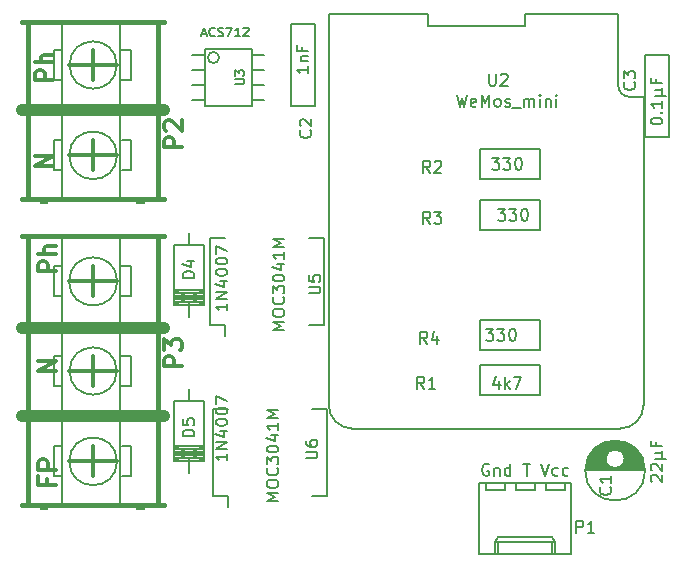
<source format=gbr>
G04 #@! TF.GenerationSoftware,KiCad,Pcbnew,5.0.2-bee76a0~70~ubuntu18.04.1*
G04 #@! TF.CreationDate,2019-09-27T11:54:25+02:00*
G04 #@! TF.ProjectId,Radiateur wemos,52616469-6174-4657-9572-2077656d6f73,rev?*
G04 #@! TF.SameCoordinates,Original*
G04 #@! TF.FileFunction,Legend,Top*
G04 #@! TF.FilePolarity,Positive*
%FSLAX46Y46*%
G04 Gerber Fmt 4.6, Leading zero omitted, Abs format (unit mm)*
G04 Created by KiCad (PCBNEW 5.0.2-bee76a0~70~ubuntu18.04.1) date ven. 27 sept. 2019 11:54:25 CEST*
%MOMM*%
%LPD*%
G01*
G04 APERTURE LIST*
%ADD10C,0.150000*%
%ADD11C,0.127000*%
%ADD12C,0.300000*%
%ADD13C,1.000000*%
%ADD14C,0.381000*%
%ADD15C,0.400000*%
%ADD16C,0.149860*%
G04 APERTURE END LIST*
D10*
G04 #@! TO.C,U2*
X106558000Y-66028000D02*
X106558000Y-99108000D01*
X108558000Y-101108000D02*
X131218000Y-101108000D01*
X133218000Y-99108000D02*
X133218000Y-73028000D01*
X131068000Y-66028000D02*
X123208000Y-66028000D01*
X123208000Y-66028000D02*
X123208000Y-67028000D01*
X123208000Y-67028000D02*
X114988000Y-67028000D01*
X114988000Y-67028000D02*
X114988000Y-66028000D01*
X114988000Y-66028000D02*
X106558001Y-66028000D01*
X131218000Y-101108000D02*
G75*
G03X133218000Y-99108000I0J2000000D01*
G01*
X106558000Y-99108000D02*
G75*
G03X108558000Y-101108000I2000000J0D01*
G01*
X131068000Y-66028000D02*
X131068000Y-72028000D01*
X131068000Y-72028000D02*
G75*
G03X132068000Y-73028000I1000000J0D01*
G01*
X132058000Y-73028000D02*
X133218000Y-73028000D01*
X133218000Y-73028000D02*
X133218000Y-73028000D01*
D11*
G04 #@! TO.C,U3*
X100025200Y-68961000D02*
X96062800Y-68961000D01*
X96062800Y-68961000D02*
X96062800Y-73787000D01*
X96062800Y-73787000D02*
X100025200Y-73787000D01*
X100025200Y-73787000D02*
X100025200Y-68961000D01*
X100025200Y-69469000D02*
X101117400Y-69469000D01*
X100025200Y-70739000D02*
X101117400Y-70739000D01*
X100025200Y-72009000D02*
X101117400Y-72009000D01*
X101117400Y-73279000D02*
X100025200Y-73279000D01*
X96062800Y-73279000D02*
X94970600Y-73279000D01*
X94970600Y-72009000D02*
X96062800Y-72009000D01*
X94970600Y-70739000D02*
X96062800Y-70739000D01*
X94970600Y-69469000D02*
X96062800Y-69469000D01*
X97271867Y-69697600D02*
G75*
G03X97271867Y-69697600I-472467J0D01*
G01*
D10*
G04 #@! TO.C,P1*
X119280000Y-105692000D02*
X119280000Y-111692000D01*
X119280000Y-111692000D02*
X127100000Y-111692000D01*
X127100000Y-111692000D02*
X127100000Y-105692000D01*
X127100000Y-105692000D02*
X119280000Y-105692000D01*
X120650000Y-111692000D02*
X120650000Y-110692000D01*
X120650000Y-110692000D02*
X125730000Y-110692000D01*
X125730000Y-110692000D02*
X125730000Y-111692000D01*
X120650000Y-110692000D02*
X120900000Y-110262000D01*
X120900000Y-110262000D02*
X125480000Y-110262000D01*
X125480000Y-110262000D02*
X125730000Y-110692000D01*
X120900000Y-111692000D02*
X120900000Y-110692000D01*
X125480000Y-111692000D02*
X125480000Y-110692000D01*
X119850000Y-105692000D02*
X119850000Y-106312000D01*
X119850000Y-106312000D02*
X121450000Y-106312000D01*
X121450000Y-106312000D02*
X121450000Y-105692000D01*
X122390000Y-105692000D02*
X122390000Y-106312000D01*
X122390000Y-106312000D02*
X123990000Y-106312000D01*
X123990000Y-106312000D02*
X123990000Y-105692000D01*
X124930000Y-105692000D02*
X124930000Y-106312000D01*
X124930000Y-106312000D02*
X126530000Y-106312000D01*
X126530000Y-106312000D02*
X126530000Y-105692000D01*
G04 #@! TO.C,P2*
X89789000Y-79248000D02*
X89027000Y-79248000D01*
X89789000Y-76708000D02*
X89789000Y-79248000D01*
X89027000Y-76708000D02*
X89789000Y-76708000D01*
X89789000Y-71628000D02*
X88900000Y-71628000D01*
X89789000Y-69088000D02*
X89789000Y-71628000D01*
X88900000Y-69088000D02*
X89789000Y-69088000D01*
X82169000Y-82042000D02*
X82296000Y-81788000D01*
X82677000Y-82042000D02*
X82169000Y-82042000D01*
X82423000Y-81788000D02*
X82677000Y-82042000D01*
X90297000Y-82042000D02*
X90424000Y-81788000D01*
X90932000Y-82042000D02*
X90297000Y-82042000D01*
X90678000Y-81788000D02*
X90932000Y-82042000D01*
D12*
X86614000Y-79248000D02*
X86614000Y-76708000D01*
X88614000Y-77978000D02*
X84614000Y-77978000D01*
X86614000Y-71628000D02*
X86614000Y-69088000D01*
D10*
X84709000Y-70358000D02*
X84582000Y-70358000D01*
D12*
X88614000Y-70358000D02*
X84614000Y-70358000D01*
D10*
X83312000Y-69088000D02*
X83947000Y-69088000D01*
X83312000Y-71628000D02*
X83312000Y-69088000D01*
X83947000Y-71628000D02*
X83312000Y-71628000D01*
X83312000Y-79248000D02*
X83947000Y-79248000D01*
X83312000Y-76708000D02*
X83947000Y-76708000D01*
X83312000Y-79248000D02*
X83312000Y-76708000D01*
D13*
X92614000Y-74168000D02*
X80614000Y-74168000D01*
D10*
X88634000Y-77978000D02*
G75*
G03X88634000Y-77978000I-2020000J0D01*
G01*
X88614000Y-70326000D02*
G75*
G03X88614000Y-70326000I-2000000J0D01*
G01*
X84014000Y-66668000D02*
X84014000Y-81668000D01*
X88914000Y-66668000D02*
X88914000Y-81668000D01*
D14*
X81114000Y-66668000D02*
X81114000Y-81668000D01*
D15*
X80614000Y-81668000D02*
X92614000Y-81668000D01*
D14*
X92114000Y-81668000D02*
X92114000Y-66668000D01*
D15*
X92614000Y-66668000D02*
X80614000Y-66668000D01*
D10*
G04 #@! TO.C,P3*
X89789000Y-105156000D02*
X89027000Y-105156000D01*
X89789000Y-102616000D02*
X89789000Y-105156000D01*
X89027000Y-102616000D02*
X89789000Y-102616000D01*
X89789000Y-97536000D02*
X88900000Y-97536000D01*
X89789000Y-94996000D02*
X89789000Y-97536000D01*
X88900000Y-94996000D02*
X89789000Y-94996000D01*
X89789000Y-89916000D02*
X88900000Y-89916000D01*
X89789000Y-87376000D02*
X89789000Y-89916000D01*
X88900000Y-87376000D02*
X89789000Y-87376000D01*
X83312000Y-87376000D02*
X83947000Y-87376000D01*
X83312000Y-89916000D02*
X83312000Y-87376000D01*
X83439000Y-89916000D02*
X83312000Y-89916000D01*
X83947000Y-89916000D02*
X83439000Y-89916000D01*
D12*
X86614000Y-89916000D02*
X86614000Y-87376000D01*
D10*
X84582000Y-88646000D02*
X84709000Y-88646000D01*
D12*
X88614000Y-88646000D02*
X84614000Y-88646000D01*
D10*
X88654000Y-88646000D02*
G75*
G03X88654000Y-88646000I-2040000J0D01*
G01*
X82169000Y-107950000D02*
X82296000Y-107696000D01*
X82677000Y-107950000D02*
X82169000Y-107950000D01*
X82423000Y-107696000D02*
X82677000Y-107950000D01*
X90297000Y-107950000D02*
X90424000Y-107696000D01*
X90932000Y-107950000D02*
X90297000Y-107950000D01*
X90678000Y-107696000D02*
X90932000Y-107950000D01*
D12*
X86614000Y-105156000D02*
X86614000Y-102616000D01*
X88614000Y-103886000D02*
X84614000Y-103886000D01*
X86614000Y-97536000D02*
X86614000Y-94996000D01*
D10*
X84709000Y-96266000D02*
X84582000Y-96266000D01*
D12*
X88614000Y-96266000D02*
X84614000Y-96266000D01*
D10*
X83312000Y-94996000D02*
X83947000Y-94996000D01*
X83312000Y-97536000D02*
X83312000Y-94996000D01*
X83947000Y-97536000D02*
X83312000Y-97536000D01*
X83312000Y-105156000D02*
X83947000Y-105156000D01*
X83312000Y-102616000D02*
X83947000Y-102616000D01*
X83312000Y-105156000D02*
X83312000Y-102616000D01*
D13*
X92614000Y-100076000D02*
X80614000Y-100076000D01*
D10*
X88634000Y-103886000D02*
G75*
G03X88634000Y-103886000I-2020000J0D01*
G01*
X88614000Y-96234000D02*
G75*
G03X88614000Y-96234000I-2000000J0D01*
G01*
X84014000Y-84956000D02*
X84014000Y-107576000D01*
X88914000Y-84956000D02*
X88914000Y-107576000D01*
D14*
X81114000Y-84956000D02*
X81114000Y-107576000D01*
D15*
X80614000Y-107576000D02*
X92614000Y-107576000D01*
D14*
X92114000Y-107576000D02*
X92114000Y-84956000D01*
D13*
X92614000Y-92576000D02*
X80614000Y-92576000D01*
D15*
X80614000Y-84836000D02*
X92614000Y-84836000D01*
D10*
G04 #@! TO.C,U5*
X97781000Y-92321000D02*
X97781000Y-93256000D01*
X106181000Y-92321000D02*
X106181000Y-84971000D01*
X96511000Y-92321000D02*
X96511000Y-84971000D01*
X106181000Y-92321000D02*
X104911000Y-92321000D01*
X106181000Y-84971000D02*
X104911000Y-84971000D01*
X96511000Y-84971000D02*
X97781000Y-84971000D01*
X96511000Y-92321000D02*
X97781000Y-92321000D01*
G04 #@! TO.C,U6*
X96765000Y-106799000D02*
X98035000Y-106799000D01*
X96765000Y-99449000D02*
X98035000Y-99449000D01*
X106435000Y-99449000D02*
X105165000Y-99449000D01*
X106435000Y-106799000D02*
X105165000Y-106799000D01*
X96765000Y-106799000D02*
X96765000Y-99449000D01*
X106435000Y-106799000D02*
X106435000Y-99449000D01*
X98035000Y-106799000D02*
X98035000Y-107734000D01*
G04 #@! TO.C,C1*
X128311000Y-104589000D02*
X133309000Y-104589000D01*
X128319000Y-104449000D02*
X130656000Y-104449000D01*
X130964000Y-104449000D02*
X133301000Y-104449000D01*
X128335000Y-104309000D02*
X130337000Y-104309000D01*
X131283000Y-104309000D02*
X133285000Y-104309000D01*
X128359000Y-104169000D02*
X130190000Y-104169000D01*
X131430000Y-104169000D02*
X133261000Y-104169000D01*
X128392000Y-104029000D02*
X130098000Y-104029000D01*
X131522000Y-104029000D02*
X133228000Y-104029000D01*
X128433000Y-103889000D02*
X130042000Y-103889000D01*
X131578000Y-103889000D02*
X133187000Y-103889000D01*
X128483000Y-103749000D02*
X130015000Y-103749000D01*
X131605000Y-103749000D02*
X133137000Y-103749000D01*
X128544000Y-103609000D02*
X130012000Y-103609000D01*
X131608000Y-103609000D02*
X133076000Y-103609000D01*
X128614000Y-103469000D02*
X130034000Y-103469000D01*
X131586000Y-103469000D02*
X133006000Y-103469000D01*
X128696000Y-103329000D02*
X130084000Y-103329000D01*
X131536000Y-103329000D02*
X132924000Y-103329000D01*
X128791000Y-103189000D02*
X130166000Y-103189000D01*
X131454000Y-103189000D02*
X132829000Y-103189000D01*
X128902000Y-103049000D02*
X130298000Y-103049000D01*
X131322000Y-103049000D02*
X132718000Y-103049000D01*
X129030000Y-102909000D02*
X130545000Y-102909000D01*
X131075000Y-102909000D02*
X132590000Y-102909000D01*
X129179000Y-102769000D02*
X132441000Y-102769000D01*
X129358000Y-102629000D02*
X132262000Y-102629000D01*
X129577000Y-102489000D02*
X132043000Y-102489000D01*
X129866000Y-102349000D02*
X131754000Y-102349000D01*
X130338000Y-102209000D02*
X131282000Y-102209000D01*
X131610000Y-103664000D02*
G75*
G03X131610000Y-103664000I-800000J0D01*
G01*
X133347500Y-104664000D02*
G75*
G03X133347500Y-104664000I-2537500J0D01*
G01*
G04 #@! TO.C,C2*
X105394000Y-66818000D02*
X105394000Y-73818000D01*
X105394000Y-73818000D02*
X103394000Y-73818000D01*
X103394000Y-73818000D02*
X103394000Y-66818000D01*
X103394000Y-66818000D02*
X105394000Y-66818000D01*
G04 #@! TO.C,C3*
X135366000Y-76438000D02*
X133366000Y-76438000D01*
X135366000Y-69438000D02*
X135366000Y-76438000D01*
X133366000Y-69438000D02*
X135366000Y-69438000D01*
X133366000Y-76438000D02*
X133366000Y-69438000D01*
G04 #@! TO.C,D4*
X96004380Y-85598000D02*
X96004380Y-90678000D01*
X93464380Y-85598000D02*
X96004380Y-85598000D01*
X93464380Y-90678000D02*
X93464380Y-85598000D01*
X96004380Y-90678000D02*
X93464380Y-90678000D01*
X93464380Y-90043000D02*
X96004380Y-90043000D01*
X93464380Y-89408000D02*
X96004380Y-89408000D01*
X93464380Y-90678000D02*
X96004380Y-89408000D01*
X93464380Y-89408000D02*
X96004380Y-90678000D01*
X93464380Y-90424000D02*
X96004380Y-90424000D01*
X93464380Y-89662000D02*
X96004380Y-89662000D01*
X93464380Y-89916000D02*
X96004380Y-89916000D01*
X93464380Y-90170000D02*
X96004380Y-90170000D01*
X94734380Y-90424000D02*
X94734380Y-91694000D01*
X94734380Y-85598000D02*
X94734380Y-84582000D01*
G04 #@! TO.C,D5*
X94747080Y-98806000D02*
X94747080Y-97790000D01*
X94747080Y-103632000D02*
X94747080Y-104902000D01*
X93477080Y-103378000D02*
X96017080Y-103378000D01*
X93477080Y-103124000D02*
X96017080Y-103124000D01*
X93477080Y-102870000D02*
X96017080Y-102870000D01*
X93477080Y-103632000D02*
X96017080Y-103632000D01*
X93477080Y-102616000D02*
X96017080Y-103886000D01*
X93477080Y-103886000D02*
X96017080Y-102616000D01*
X93477080Y-102616000D02*
X96017080Y-102616000D01*
X93477080Y-103251000D02*
X96017080Y-103251000D01*
X96017080Y-103886000D02*
X93477080Y-103886000D01*
X93477080Y-103886000D02*
X93477080Y-98806000D01*
X93477080Y-98806000D02*
X96017080Y-98806000D01*
X96017080Y-98806000D02*
X96017080Y-103886000D01*
G04 #@! TO.C,R1*
X124460000Y-95758000D02*
X124460000Y-98298000D01*
X119380000Y-95758000D02*
X124460000Y-95758000D01*
X119380000Y-98298000D02*
X119380000Y-95758000D01*
X124460000Y-98298000D02*
X119380000Y-98298000D01*
G04 #@! TO.C,R2*
X119380000Y-77470000D02*
X124460000Y-77470000D01*
X124460000Y-77470000D02*
X124460000Y-80010000D01*
X124460000Y-80010000D02*
X119380000Y-80010000D01*
X119380000Y-80010000D02*
X119380000Y-77470000D01*
G04 #@! TO.C,R3*
X119380000Y-84328000D02*
X119380000Y-81788000D01*
X124460000Y-84328000D02*
X119380000Y-84328000D01*
X124460000Y-81788000D02*
X124460000Y-84328000D01*
X119380000Y-81788000D02*
X124460000Y-81788000D01*
G04 #@! TO.C,R4*
X124460000Y-94488000D02*
X119380000Y-94488000D01*
X119380000Y-94488000D02*
X119380000Y-91948000D01*
X119380000Y-91948000D02*
X124460000Y-91948000D01*
X124460000Y-91948000D02*
X124460000Y-94488000D01*
G04 #@! TO.C,U2*
X120142095Y-71080380D02*
X120142095Y-71889904D01*
X120189714Y-71985142D01*
X120237333Y-72032761D01*
X120332571Y-72080380D01*
X120523047Y-72080380D01*
X120618285Y-72032761D01*
X120665904Y-71985142D01*
X120713523Y-71889904D01*
X120713523Y-71080380D01*
X121142095Y-71175619D02*
X121189714Y-71128000D01*
X121284952Y-71080380D01*
X121523047Y-71080380D01*
X121618285Y-71128000D01*
X121665904Y-71175619D01*
X121713523Y-71270857D01*
X121713523Y-71366095D01*
X121665904Y-71508952D01*
X121094476Y-72080380D01*
X121713523Y-72080380D01*
X117404095Y-72858380D02*
X117642190Y-73858380D01*
X117832666Y-73144095D01*
X118023142Y-73858380D01*
X118261238Y-72858380D01*
X119023142Y-73810761D02*
X118927904Y-73858380D01*
X118737428Y-73858380D01*
X118642190Y-73810761D01*
X118594571Y-73715523D01*
X118594571Y-73334571D01*
X118642190Y-73239333D01*
X118737428Y-73191714D01*
X118927904Y-73191714D01*
X119023142Y-73239333D01*
X119070761Y-73334571D01*
X119070761Y-73429809D01*
X118594571Y-73525047D01*
X119499333Y-73858380D02*
X119499333Y-72858380D01*
X119832666Y-73572666D01*
X120166000Y-72858380D01*
X120166000Y-73858380D01*
X120785047Y-73858380D02*
X120689809Y-73810761D01*
X120642190Y-73763142D01*
X120594571Y-73667904D01*
X120594571Y-73382190D01*
X120642190Y-73286952D01*
X120689809Y-73239333D01*
X120785047Y-73191714D01*
X120927904Y-73191714D01*
X121023142Y-73239333D01*
X121070761Y-73286952D01*
X121118380Y-73382190D01*
X121118380Y-73667904D01*
X121070761Y-73763142D01*
X121023142Y-73810761D01*
X120927904Y-73858380D01*
X120785047Y-73858380D01*
X121499333Y-73810761D02*
X121594571Y-73858380D01*
X121785047Y-73858380D01*
X121880285Y-73810761D01*
X121927904Y-73715523D01*
X121927904Y-73667904D01*
X121880285Y-73572666D01*
X121785047Y-73525047D01*
X121642190Y-73525047D01*
X121546952Y-73477428D01*
X121499333Y-73382190D01*
X121499333Y-73334571D01*
X121546952Y-73239333D01*
X121642190Y-73191714D01*
X121785047Y-73191714D01*
X121880285Y-73239333D01*
X122118380Y-73953619D02*
X122880285Y-73953619D01*
X123118380Y-73858380D02*
X123118380Y-73191714D01*
X123118380Y-73286952D02*
X123166000Y-73239333D01*
X123261238Y-73191714D01*
X123404095Y-73191714D01*
X123499333Y-73239333D01*
X123546952Y-73334571D01*
X123546952Y-73858380D01*
X123546952Y-73334571D02*
X123594571Y-73239333D01*
X123689809Y-73191714D01*
X123832666Y-73191714D01*
X123927904Y-73239333D01*
X123975523Y-73334571D01*
X123975523Y-73858380D01*
X124451714Y-73858380D02*
X124451714Y-73191714D01*
X124451714Y-72858380D02*
X124404095Y-72906000D01*
X124451714Y-72953619D01*
X124499333Y-72906000D01*
X124451714Y-72858380D01*
X124451714Y-72953619D01*
X124927904Y-73191714D02*
X124927904Y-73858380D01*
X124927904Y-73286952D02*
X124975523Y-73239333D01*
X125070761Y-73191714D01*
X125213619Y-73191714D01*
X125308857Y-73239333D01*
X125356476Y-73334571D01*
X125356476Y-73858380D01*
X125832666Y-73858380D02*
X125832666Y-73191714D01*
X125832666Y-72858380D02*
X125785047Y-72906000D01*
X125832666Y-72953619D01*
X125880285Y-72906000D01*
X125832666Y-72858380D01*
X125832666Y-72953619D01*
G04 #@! TO.C,U3*
D16*
X98649669Y-71944895D02*
X99256245Y-71944895D01*
X99327607Y-71909214D01*
X99363288Y-71873533D01*
X99398969Y-71802171D01*
X99398969Y-71659447D01*
X99363288Y-71588085D01*
X99327607Y-71552404D01*
X99256245Y-71516723D01*
X98649669Y-71516723D01*
X98649669Y-71231276D02*
X98649669Y-70767423D01*
X98935116Y-71017190D01*
X98935116Y-70910147D01*
X98970797Y-70838785D01*
X99006478Y-70803104D01*
X99077840Y-70767423D01*
X99256245Y-70767423D01*
X99327607Y-70803104D01*
X99363288Y-70838785D01*
X99398969Y-70910147D01*
X99398969Y-71124233D01*
X99363288Y-71195595D01*
X99327607Y-71231276D01*
X95809707Y-67688883D02*
X96166516Y-67688883D01*
X95738345Y-67902969D02*
X95988111Y-67153669D01*
X96237878Y-67902969D01*
X96915816Y-67831607D02*
X96880135Y-67867288D01*
X96773092Y-67902969D01*
X96701730Y-67902969D01*
X96594688Y-67867288D01*
X96523326Y-67795926D01*
X96487645Y-67724564D01*
X96451964Y-67581840D01*
X96451964Y-67474797D01*
X96487645Y-67332073D01*
X96523326Y-67260711D01*
X96594688Y-67189350D01*
X96701730Y-67153669D01*
X96773092Y-67153669D01*
X96880135Y-67189350D01*
X96915816Y-67225030D01*
X97201264Y-67867288D02*
X97308307Y-67902969D01*
X97486711Y-67902969D01*
X97558073Y-67867288D01*
X97593754Y-67831607D01*
X97629435Y-67760245D01*
X97629435Y-67688883D01*
X97593754Y-67617521D01*
X97558073Y-67581840D01*
X97486711Y-67546159D01*
X97343988Y-67510478D01*
X97272626Y-67474797D01*
X97236945Y-67439116D01*
X97201264Y-67367754D01*
X97201264Y-67296392D01*
X97236945Y-67225030D01*
X97272626Y-67189350D01*
X97343988Y-67153669D01*
X97522392Y-67153669D01*
X97629435Y-67189350D01*
X97879202Y-67153669D02*
X98378735Y-67153669D01*
X98057607Y-67902969D01*
X99056673Y-67902969D02*
X98628502Y-67902969D01*
X98842588Y-67902969D02*
X98842588Y-67153669D01*
X98771226Y-67260711D01*
X98699864Y-67332073D01*
X98628502Y-67367754D01*
X99342121Y-67225030D02*
X99377802Y-67189350D01*
X99449164Y-67153669D01*
X99627569Y-67153669D01*
X99698930Y-67189350D01*
X99734611Y-67225030D01*
X99770292Y-67296392D01*
X99770292Y-67367754D01*
X99734611Y-67474797D01*
X99306440Y-67902969D01*
X99770292Y-67902969D01*
G04 #@! TO.C,P1*
D10*
X127531904Y-109926380D02*
X127531904Y-108926380D01*
X127912857Y-108926380D01*
X128008095Y-108974000D01*
X128055714Y-109021619D01*
X128103333Y-109116857D01*
X128103333Y-109259714D01*
X128055714Y-109354952D01*
X128008095Y-109402571D01*
X127912857Y-109450190D01*
X127531904Y-109450190D01*
X129055714Y-109926380D02*
X128484285Y-109926380D01*
X128770000Y-109926380D02*
X128770000Y-108926380D01*
X128674761Y-109069238D01*
X128579523Y-109164476D01*
X128484285Y-109212095D01*
X120118571Y-104148000D02*
X120023333Y-104100380D01*
X119880476Y-104100380D01*
X119737619Y-104148000D01*
X119642380Y-104243238D01*
X119594761Y-104338476D01*
X119547142Y-104528952D01*
X119547142Y-104671809D01*
X119594761Y-104862285D01*
X119642380Y-104957523D01*
X119737619Y-105052761D01*
X119880476Y-105100380D01*
X119975714Y-105100380D01*
X120118571Y-105052761D01*
X120166190Y-105005142D01*
X120166190Y-104671809D01*
X119975714Y-104671809D01*
X120594761Y-104433714D02*
X120594761Y-105100380D01*
X120594761Y-104528952D02*
X120642380Y-104481333D01*
X120737619Y-104433714D01*
X120880476Y-104433714D01*
X120975714Y-104481333D01*
X121023333Y-104576571D01*
X121023333Y-105100380D01*
X121928095Y-105100380D02*
X121928095Y-104100380D01*
X121928095Y-105052761D02*
X121832857Y-105100380D01*
X121642380Y-105100380D01*
X121547142Y-105052761D01*
X121499523Y-105005142D01*
X121451904Y-104909904D01*
X121451904Y-104624190D01*
X121499523Y-104528952D01*
X121547142Y-104481333D01*
X121642380Y-104433714D01*
X121832857Y-104433714D01*
X121928095Y-104481333D01*
X123023333Y-104100380D02*
X123594761Y-104100380D01*
X123309047Y-105100380D02*
X123309047Y-104100380D01*
X124547142Y-104100380D02*
X124880476Y-105100380D01*
X125213809Y-104100380D01*
X125975714Y-105052761D02*
X125880476Y-105100380D01*
X125690000Y-105100380D01*
X125594761Y-105052761D01*
X125547142Y-105005142D01*
X125499523Y-104909904D01*
X125499523Y-104624190D01*
X125547142Y-104528952D01*
X125594761Y-104481333D01*
X125690000Y-104433714D01*
X125880476Y-104433714D01*
X125975714Y-104481333D01*
X126832857Y-105052761D02*
X126737619Y-105100380D01*
X126547142Y-105100380D01*
X126451904Y-105052761D01*
X126404285Y-105005142D01*
X126356666Y-104909904D01*
X126356666Y-104624190D01*
X126404285Y-104528952D01*
X126451904Y-104481333D01*
X126547142Y-104433714D01*
X126737619Y-104433714D01*
X126832857Y-104481333D01*
G04 #@! TO.C,P2*
D12*
X94150571Y-77307142D02*
X92650571Y-77307142D01*
X92650571Y-76735714D01*
X92722000Y-76592857D01*
X92793428Y-76521428D01*
X92936285Y-76450000D01*
X93150571Y-76450000D01*
X93293428Y-76521428D01*
X93364857Y-76592857D01*
X93436285Y-76735714D01*
X93436285Y-77307142D01*
X92793428Y-75878571D02*
X92722000Y-75807142D01*
X92650571Y-75664285D01*
X92650571Y-75307142D01*
X92722000Y-75164285D01*
X92793428Y-75092857D01*
X92936285Y-75021428D01*
X93079142Y-75021428D01*
X93293428Y-75092857D01*
X94150571Y-75950000D01*
X94150571Y-75021428D01*
X83228571Y-78882285D02*
X81728571Y-78882285D01*
X83228571Y-78025142D01*
X81728571Y-78025142D01*
X83228571Y-71596571D02*
X81728571Y-71596571D01*
X81728571Y-71025142D01*
X81800000Y-70882285D01*
X81871428Y-70810857D01*
X82014285Y-70739428D01*
X82228571Y-70739428D01*
X82371428Y-70810857D01*
X82442857Y-70882285D01*
X82514285Y-71025142D01*
X82514285Y-71596571D01*
X83228571Y-70096571D02*
X81728571Y-70096571D01*
X83228571Y-69453714D02*
X82442857Y-69453714D01*
X82300000Y-69525142D01*
X82228571Y-69668000D01*
X82228571Y-69882285D01*
X82300000Y-70025142D01*
X82371428Y-70096571D01*
G04 #@! TO.C,P3*
X94150571Y-95849142D02*
X92650571Y-95849142D01*
X92650571Y-95277714D01*
X92722000Y-95134857D01*
X92793428Y-95063428D01*
X92936285Y-94992000D01*
X93150571Y-94992000D01*
X93293428Y-95063428D01*
X93364857Y-95134857D01*
X93436285Y-95277714D01*
X93436285Y-95849142D01*
X92650571Y-94492000D02*
X92650571Y-93563428D01*
X93222000Y-94063428D01*
X93222000Y-93849142D01*
X93293428Y-93706285D01*
X93364857Y-93634857D01*
X93507714Y-93563428D01*
X93864857Y-93563428D01*
X94007714Y-93634857D01*
X94079142Y-93706285D01*
X94150571Y-93849142D01*
X94150571Y-94277714D01*
X94079142Y-94420571D01*
X94007714Y-94492000D01*
X82696857Y-105365142D02*
X82696857Y-105865142D01*
X83482571Y-105865142D02*
X81982571Y-105865142D01*
X81982571Y-105150857D01*
X83482571Y-104579428D02*
X81982571Y-104579428D01*
X81982571Y-104008000D01*
X82054000Y-103865142D01*
X82125428Y-103793714D01*
X82268285Y-103722285D01*
X82482571Y-103722285D01*
X82625428Y-103793714D01*
X82696857Y-103865142D01*
X82768285Y-104008000D01*
X82768285Y-104579428D01*
X83482571Y-96222285D02*
X81982571Y-96222285D01*
X83482571Y-95365142D01*
X81982571Y-95365142D01*
X83482571Y-87793714D02*
X81982571Y-87793714D01*
X81982571Y-87222285D01*
X82054000Y-87079428D01*
X82125428Y-87008000D01*
X82268285Y-86936571D01*
X82482571Y-86936571D01*
X82625428Y-87008000D01*
X82696857Y-87079428D01*
X82768285Y-87222285D01*
X82768285Y-87793714D01*
X83482571Y-86293714D02*
X81982571Y-86293714D01*
X83482571Y-85650857D02*
X82696857Y-85650857D01*
X82554000Y-85722285D01*
X82482571Y-85865142D01*
X82482571Y-86079428D01*
X82554000Y-86222285D01*
X82625428Y-86293714D01*
G04 #@! TO.C,U5*
D10*
X104862380Y-89661904D02*
X105671904Y-89661904D01*
X105767142Y-89614285D01*
X105814761Y-89566666D01*
X105862380Y-89471428D01*
X105862380Y-89280952D01*
X105814761Y-89185714D01*
X105767142Y-89138095D01*
X105671904Y-89090476D01*
X104862380Y-89090476D01*
X104862380Y-88138095D02*
X104862380Y-88614285D01*
X105338571Y-88661904D01*
X105290952Y-88614285D01*
X105243333Y-88519047D01*
X105243333Y-88280952D01*
X105290952Y-88185714D01*
X105338571Y-88138095D01*
X105433809Y-88090476D01*
X105671904Y-88090476D01*
X105767142Y-88138095D01*
X105814761Y-88185714D01*
X105862380Y-88280952D01*
X105862380Y-88519047D01*
X105814761Y-88614285D01*
X105767142Y-88661904D01*
X102814380Y-92733333D02*
X101814380Y-92733333D01*
X102528666Y-92400000D01*
X101814380Y-92066666D01*
X102814380Y-92066666D01*
X101814380Y-91400000D02*
X101814380Y-91209523D01*
X101862000Y-91114285D01*
X101957238Y-91019047D01*
X102147714Y-90971428D01*
X102481047Y-90971428D01*
X102671523Y-91019047D01*
X102766761Y-91114285D01*
X102814380Y-91209523D01*
X102814380Y-91400000D01*
X102766761Y-91495238D01*
X102671523Y-91590476D01*
X102481047Y-91638095D01*
X102147714Y-91638095D01*
X101957238Y-91590476D01*
X101862000Y-91495238D01*
X101814380Y-91400000D01*
X102719142Y-89971428D02*
X102766761Y-90019047D01*
X102814380Y-90161904D01*
X102814380Y-90257142D01*
X102766761Y-90400000D01*
X102671523Y-90495238D01*
X102576285Y-90542857D01*
X102385809Y-90590476D01*
X102242952Y-90590476D01*
X102052476Y-90542857D01*
X101957238Y-90495238D01*
X101862000Y-90400000D01*
X101814380Y-90257142D01*
X101814380Y-90161904D01*
X101862000Y-90019047D01*
X101909619Y-89971428D01*
X101814380Y-89638095D02*
X101814380Y-89019047D01*
X102195333Y-89352380D01*
X102195333Y-89209523D01*
X102242952Y-89114285D01*
X102290571Y-89066666D01*
X102385809Y-89019047D01*
X102623904Y-89019047D01*
X102719142Y-89066666D01*
X102766761Y-89114285D01*
X102814380Y-89209523D01*
X102814380Y-89495238D01*
X102766761Y-89590476D01*
X102719142Y-89638095D01*
X101814380Y-88400000D02*
X101814380Y-88304761D01*
X101862000Y-88209523D01*
X101909619Y-88161904D01*
X102004857Y-88114285D01*
X102195333Y-88066666D01*
X102433428Y-88066666D01*
X102623904Y-88114285D01*
X102719142Y-88161904D01*
X102766761Y-88209523D01*
X102814380Y-88304761D01*
X102814380Y-88400000D01*
X102766761Y-88495238D01*
X102719142Y-88542857D01*
X102623904Y-88590476D01*
X102433428Y-88638095D01*
X102195333Y-88638095D01*
X102004857Y-88590476D01*
X101909619Y-88542857D01*
X101862000Y-88495238D01*
X101814380Y-88400000D01*
X102147714Y-87209523D02*
X102814380Y-87209523D01*
X101766761Y-87447619D02*
X102481047Y-87685714D01*
X102481047Y-87066666D01*
X102814380Y-86161904D02*
X102814380Y-86733333D01*
X102814380Y-86447619D02*
X101814380Y-86447619D01*
X101957238Y-86542857D01*
X102052476Y-86638095D01*
X102100095Y-86733333D01*
X102814380Y-85733333D02*
X101814380Y-85733333D01*
X102528666Y-85400000D01*
X101814380Y-85066666D01*
X102814380Y-85066666D01*
G04 #@! TO.C,U6*
X104608380Y-103631904D02*
X105417904Y-103631904D01*
X105513142Y-103584285D01*
X105560761Y-103536666D01*
X105608380Y-103441428D01*
X105608380Y-103250952D01*
X105560761Y-103155714D01*
X105513142Y-103108095D01*
X105417904Y-103060476D01*
X104608380Y-103060476D01*
X104608380Y-102155714D02*
X104608380Y-102346190D01*
X104656000Y-102441428D01*
X104703619Y-102489047D01*
X104846476Y-102584285D01*
X105036952Y-102631904D01*
X105417904Y-102631904D01*
X105513142Y-102584285D01*
X105560761Y-102536666D01*
X105608380Y-102441428D01*
X105608380Y-102250952D01*
X105560761Y-102155714D01*
X105513142Y-102108095D01*
X105417904Y-102060476D01*
X105179809Y-102060476D01*
X105084571Y-102108095D01*
X105036952Y-102155714D01*
X104989333Y-102250952D01*
X104989333Y-102441428D01*
X105036952Y-102536666D01*
X105084571Y-102584285D01*
X105179809Y-102631904D01*
X102306380Y-107211333D02*
X101306380Y-107211333D01*
X102020666Y-106878000D01*
X101306380Y-106544666D01*
X102306380Y-106544666D01*
X101306380Y-105878000D02*
X101306380Y-105687523D01*
X101354000Y-105592285D01*
X101449238Y-105497047D01*
X101639714Y-105449428D01*
X101973047Y-105449428D01*
X102163523Y-105497047D01*
X102258761Y-105592285D01*
X102306380Y-105687523D01*
X102306380Y-105878000D01*
X102258761Y-105973238D01*
X102163523Y-106068476D01*
X101973047Y-106116095D01*
X101639714Y-106116095D01*
X101449238Y-106068476D01*
X101354000Y-105973238D01*
X101306380Y-105878000D01*
X102211142Y-104449428D02*
X102258761Y-104497047D01*
X102306380Y-104639904D01*
X102306380Y-104735142D01*
X102258761Y-104878000D01*
X102163523Y-104973238D01*
X102068285Y-105020857D01*
X101877809Y-105068476D01*
X101734952Y-105068476D01*
X101544476Y-105020857D01*
X101449238Y-104973238D01*
X101354000Y-104878000D01*
X101306380Y-104735142D01*
X101306380Y-104639904D01*
X101354000Y-104497047D01*
X101401619Y-104449428D01*
X101306380Y-104116095D02*
X101306380Y-103497047D01*
X101687333Y-103830380D01*
X101687333Y-103687523D01*
X101734952Y-103592285D01*
X101782571Y-103544666D01*
X101877809Y-103497047D01*
X102115904Y-103497047D01*
X102211142Y-103544666D01*
X102258761Y-103592285D01*
X102306380Y-103687523D01*
X102306380Y-103973238D01*
X102258761Y-104068476D01*
X102211142Y-104116095D01*
X101306380Y-102878000D02*
X101306380Y-102782761D01*
X101354000Y-102687523D01*
X101401619Y-102639904D01*
X101496857Y-102592285D01*
X101687333Y-102544666D01*
X101925428Y-102544666D01*
X102115904Y-102592285D01*
X102211142Y-102639904D01*
X102258761Y-102687523D01*
X102306380Y-102782761D01*
X102306380Y-102878000D01*
X102258761Y-102973238D01*
X102211142Y-103020857D01*
X102115904Y-103068476D01*
X101925428Y-103116095D01*
X101687333Y-103116095D01*
X101496857Y-103068476D01*
X101401619Y-103020857D01*
X101354000Y-102973238D01*
X101306380Y-102878000D01*
X101639714Y-101687523D02*
X102306380Y-101687523D01*
X101258761Y-101925619D02*
X101973047Y-102163714D01*
X101973047Y-101544666D01*
X102306380Y-100639904D02*
X102306380Y-101211333D01*
X102306380Y-100925619D02*
X101306380Y-100925619D01*
X101449238Y-101020857D01*
X101544476Y-101116095D01*
X101592095Y-101211333D01*
X102306380Y-100211333D02*
X101306380Y-100211333D01*
X102020666Y-99878000D01*
X101306380Y-99544666D01*
X102306380Y-99544666D01*
G04 #@! TO.C,C1*
X130405142Y-106084666D02*
X130452761Y-106132285D01*
X130500380Y-106275142D01*
X130500380Y-106370380D01*
X130452761Y-106513238D01*
X130357523Y-106608476D01*
X130262285Y-106656095D01*
X130071809Y-106703714D01*
X129928952Y-106703714D01*
X129738476Y-106656095D01*
X129643238Y-106608476D01*
X129548000Y-106513238D01*
X129500380Y-106370380D01*
X129500380Y-106275142D01*
X129548000Y-106132285D01*
X129595619Y-106084666D01*
X130500380Y-105132285D02*
X130500380Y-105703714D01*
X130500380Y-105418000D02*
X129500380Y-105418000D01*
X129643238Y-105513238D01*
X129738476Y-105608476D01*
X129786095Y-105703714D01*
X133913619Y-105600285D02*
X133866000Y-105552666D01*
X133818380Y-105457428D01*
X133818380Y-105219333D01*
X133866000Y-105124095D01*
X133913619Y-105076476D01*
X134008857Y-105028857D01*
X134104095Y-105028857D01*
X134246952Y-105076476D01*
X134818380Y-105647904D01*
X134818380Y-105028857D01*
X133913619Y-104647904D02*
X133866000Y-104600285D01*
X133818380Y-104505047D01*
X133818380Y-104266952D01*
X133866000Y-104171714D01*
X133913619Y-104124095D01*
X134008857Y-104076476D01*
X134104095Y-104076476D01*
X134246952Y-104124095D01*
X134818380Y-104695523D01*
X134818380Y-104076476D01*
X134151714Y-103647904D02*
X135151714Y-103647904D01*
X134675523Y-103171714D02*
X134770761Y-103124095D01*
X134818380Y-103028857D01*
X134675523Y-103647904D02*
X134770761Y-103600285D01*
X134818380Y-103505047D01*
X134818380Y-103314571D01*
X134770761Y-103219333D01*
X134675523Y-103171714D01*
X134151714Y-103171714D01*
X134294571Y-102266952D02*
X134294571Y-102600285D01*
X134818380Y-102600285D02*
X133818380Y-102600285D01*
X133818380Y-102124095D01*
G04 #@! TO.C,C2*
X105005142Y-75858666D02*
X105052761Y-75906285D01*
X105100380Y-76049142D01*
X105100380Y-76144380D01*
X105052761Y-76287238D01*
X104957523Y-76382476D01*
X104862285Y-76430095D01*
X104671809Y-76477714D01*
X104528952Y-76477714D01*
X104338476Y-76430095D01*
X104243238Y-76382476D01*
X104148000Y-76287238D01*
X104100380Y-76144380D01*
X104100380Y-76049142D01*
X104148000Y-75906285D01*
X104195619Y-75858666D01*
X104195619Y-75477714D02*
X104148000Y-75430095D01*
X104100380Y-75334857D01*
X104100380Y-75096761D01*
X104148000Y-75001523D01*
X104195619Y-74953904D01*
X104290857Y-74906285D01*
X104386095Y-74906285D01*
X104528952Y-74953904D01*
X105100380Y-75525333D01*
X105100380Y-74906285D01*
X104846380Y-70445238D02*
X104846380Y-71016666D01*
X104846380Y-70730952D02*
X103846380Y-70730952D01*
X103989238Y-70826190D01*
X104084476Y-70921428D01*
X104132095Y-71016666D01*
X104179714Y-70016666D02*
X104846380Y-70016666D01*
X104274952Y-70016666D02*
X104227333Y-69969047D01*
X104179714Y-69873809D01*
X104179714Y-69730952D01*
X104227333Y-69635714D01*
X104322571Y-69588095D01*
X104846380Y-69588095D01*
X104322571Y-68778571D02*
X104322571Y-69111904D01*
X104846380Y-69111904D02*
X103846380Y-69111904D01*
X103846380Y-68635714D01*
G04 #@! TO.C,C3*
X132437142Y-71794666D02*
X132484761Y-71842285D01*
X132532380Y-71985142D01*
X132532380Y-72080380D01*
X132484761Y-72223238D01*
X132389523Y-72318476D01*
X132294285Y-72366095D01*
X132103809Y-72413714D01*
X131960952Y-72413714D01*
X131770476Y-72366095D01*
X131675238Y-72318476D01*
X131580000Y-72223238D01*
X131532380Y-72080380D01*
X131532380Y-71985142D01*
X131580000Y-71842285D01*
X131627619Y-71794666D01*
X131532380Y-71461333D02*
X131532380Y-70842285D01*
X131913333Y-71175619D01*
X131913333Y-71032761D01*
X131960952Y-70937523D01*
X132008571Y-70889904D01*
X132103809Y-70842285D01*
X132341904Y-70842285D01*
X132437142Y-70889904D01*
X132484761Y-70937523D01*
X132532380Y-71032761D01*
X132532380Y-71318476D01*
X132484761Y-71413714D01*
X132437142Y-71461333D01*
X133818380Y-75120285D02*
X133818380Y-75025047D01*
X133866000Y-74929809D01*
X133913619Y-74882190D01*
X134008857Y-74834571D01*
X134199333Y-74786952D01*
X134437428Y-74786952D01*
X134627904Y-74834571D01*
X134723142Y-74882190D01*
X134770761Y-74929809D01*
X134818380Y-75025047D01*
X134818380Y-75120285D01*
X134770761Y-75215523D01*
X134723142Y-75263142D01*
X134627904Y-75310761D01*
X134437428Y-75358380D01*
X134199333Y-75358380D01*
X134008857Y-75310761D01*
X133913619Y-75263142D01*
X133866000Y-75215523D01*
X133818380Y-75120285D01*
X134723142Y-74358380D02*
X134770761Y-74310761D01*
X134818380Y-74358380D01*
X134770761Y-74406000D01*
X134723142Y-74358380D01*
X134818380Y-74358380D01*
X134818380Y-73358380D02*
X134818380Y-73929809D01*
X134818380Y-73644095D02*
X133818380Y-73644095D01*
X133961238Y-73739333D01*
X134056476Y-73834571D01*
X134104095Y-73929809D01*
X134151714Y-72929809D02*
X135151714Y-72929809D01*
X134675523Y-72453619D02*
X134770761Y-72406000D01*
X134818380Y-72310761D01*
X134675523Y-72929809D02*
X134770761Y-72882190D01*
X134818380Y-72786952D01*
X134818380Y-72596476D01*
X134770761Y-72501238D01*
X134675523Y-72453619D01*
X134151714Y-72453619D01*
X134294571Y-71548857D02*
X134294571Y-71882190D01*
X134818380Y-71882190D02*
X133818380Y-71882190D01*
X133818380Y-71406000D01*
G04 #@! TO.C,D4*
X95194380Y-88368095D02*
X94194380Y-88368095D01*
X94194380Y-88130000D01*
X94242000Y-87987142D01*
X94337238Y-87891904D01*
X94432476Y-87844285D01*
X94622952Y-87796666D01*
X94765809Y-87796666D01*
X94956285Y-87844285D01*
X95051523Y-87891904D01*
X95146761Y-87987142D01*
X95194380Y-88130000D01*
X95194380Y-88368095D01*
X94527714Y-86939523D02*
X95194380Y-86939523D01*
X94146761Y-87177619D02*
X94861047Y-87415714D01*
X94861047Y-86796666D01*
X97988380Y-90534857D02*
X97988380Y-91106285D01*
X97988380Y-90820571D02*
X96988380Y-90820571D01*
X97131238Y-90915809D01*
X97226476Y-91011047D01*
X97274095Y-91106285D01*
X97988380Y-90106285D02*
X96988380Y-90106285D01*
X97988380Y-89534857D01*
X96988380Y-89534857D01*
X97321714Y-88630095D02*
X97988380Y-88630095D01*
X96940761Y-88868190D02*
X97655047Y-89106285D01*
X97655047Y-88487238D01*
X96988380Y-87915809D02*
X96988380Y-87820571D01*
X97036000Y-87725333D01*
X97083619Y-87677714D01*
X97178857Y-87630095D01*
X97369333Y-87582476D01*
X97607428Y-87582476D01*
X97797904Y-87630095D01*
X97893142Y-87677714D01*
X97940761Y-87725333D01*
X97988380Y-87820571D01*
X97988380Y-87915809D01*
X97940761Y-88011047D01*
X97893142Y-88058666D01*
X97797904Y-88106285D01*
X97607428Y-88153904D01*
X97369333Y-88153904D01*
X97178857Y-88106285D01*
X97083619Y-88058666D01*
X97036000Y-88011047D01*
X96988380Y-87915809D01*
X96988380Y-86963428D02*
X96988380Y-86868190D01*
X97036000Y-86772952D01*
X97083619Y-86725333D01*
X97178857Y-86677714D01*
X97369333Y-86630095D01*
X97607428Y-86630095D01*
X97797904Y-86677714D01*
X97893142Y-86725333D01*
X97940761Y-86772952D01*
X97988380Y-86868190D01*
X97988380Y-86963428D01*
X97940761Y-87058666D01*
X97893142Y-87106285D01*
X97797904Y-87153904D01*
X97607428Y-87201523D01*
X97369333Y-87201523D01*
X97178857Y-87153904D01*
X97083619Y-87106285D01*
X97036000Y-87058666D01*
X96988380Y-86963428D01*
X96988380Y-86296761D02*
X96988380Y-85630095D01*
X97988380Y-86058666D01*
G04 #@! TO.C,D5*
X95194380Y-101776755D02*
X94194380Y-101776755D01*
X94194380Y-101538660D01*
X94242000Y-101395802D01*
X94337238Y-101300564D01*
X94432476Y-101252945D01*
X94622952Y-101205326D01*
X94765809Y-101205326D01*
X94956285Y-101252945D01*
X95051523Y-101300564D01*
X95146761Y-101395802D01*
X95194380Y-101538660D01*
X95194380Y-101776755D01*
X94194380Y-100300564D02*
X94194380Y-100776755D01*
X94670571Y-100824374D01*
X94622952Y-100776755D01*
X94575333Y-100681517D01*
X94575333Y-100443421D01*
X94622952Y-100348183D01*
X94670571Y-100300564D01*
X94765809Y-100252945D01*
X95003904Y-100252945D01*
X95099142Y-100300564D01*
X95146761Y-100348183D01*
X95194380Y-100443421D01*
X95194380Y-100681517D01*
X95146761Y-100776755D01*
X95099142Y-100824374D01*
X97988380Y-103234857D02*
X97988380Y-103806285D01*
X97988380Y-103520571D02*
X96988380Y-103520571D01*
X97131238Y-103615809D01*
X97226476Y-103711047D01*
X97274095Y-103806285D01*
X97988380Y-102806285D02*
X96988380Y-102806285D01*
X97988380Y-102234857D01*
X96988380Y-102234857D01*
X97321714Y-101330095D02*
X97988380Y-101330095D01*
X96940761Y-101568190D02*
X97655047Y-101806285D01*
X97655047Y-101187238D01*
X96988380Y-100615809D02*
X96988380Y-100520571D01*
X97036000Y-100425333D01*
X97083619Y-100377714D01*
X97178857Y-100330095D01*
X97369333Y-100282476D01*
X97607428Y-100282476D01*
X97797904Y-100330095D01*
X97893142Y-100377714D01*
X97940761Y-100425333D01*
X97988380Y-100520571D01*
X97988380Y-100615809D01*
X97940761Y-100711047D01*
X97893142Y-100758666D01*
X97797904Y-100806285D01*
X97607428Y-100853904D01*
X97369333Y-100853904D01*
X97178857Y-100806285D01*
X97083619Y-100758666D01*
X97036000Y-100711047D01*
X96988380Y-100615809D01*
X96988380Y-99663428D02*
X96988380Y-99568190D01*
X97036000Y-99472952D01*
X97083619Y-99425333D01*
X97178857Y-99377714D01*
X97369333Y-99330095D01*
X97607428Y-99330095D01*
X97797904Y-99377714D01*
X97893142Y-99425333D01*
X97940761Y-99472952D01*
X97988380Y-99568190D01*
X97988380Y-99663428D01*
X97940761Y-99758666D01*
X97893142Y-99806285D01*
X97797904Y-99853904D01*
X97607428Y-99901523D01*
X97369333Y-99901523D01*
X97178857Y-99853904D01*
X97083619Y-99806285D01*
X97036000Y-99758666D01*
X96988380Y-99663428D01*
X96988380Y-98996761D02*
X96988380Y-98330095D01*
X97988380Y-98758666D01*
G04 #@! TO.C,R1*
X114641333Y-97734380D02*
X114308000Y-97258190D01*
X114069904Y-97734380D02*
X114069904Y-96734380D01*
X114450857Y-96734380D01*
X114546095Y-96782000D01*
X114593714Y-96829619D01*
X114641333Y-96924857D01*
X114641333Y-97067714D01*
X114593714Y-97162952D01*
X114546095Y-97210571D01*
X114450857Y-97258190D01*
X114069904Y-97258190D01*
X115593714Y-97734380D02*
X115022285Y-97734380D01*
X115308000Y-97734380D02*
X115308000Y-96734380D01*
X115212761Y-96877238D01*
X115117523Y-96972476D01*
X115022285Y-97020095D01*
X120975523Y-97067714D02*
X120975523Y-97734380D01*
X120737428Y-96686761D02*
X120499333Y-97401047D01*
X121118380Y-97401047D01*
X121499333Y-97734380D02*
X121499333Y-96734380D01*
X121594571Y-97353428D02*
X121880285Y-97734380D01*
X121880285Y-97067714D02*
X121499333Y-97448666D01*
X122213619Y-96734380D02*
X122880285Y-96734380D01*
X122451714Y-97734380D01*
G04 #@! TO.C,R2*
X115149333Y-79446380D02*
X114816000Y-78970190D01*
X114577904Y-79446380D02*
X114577904Y-78446380D01*
X114958857Y-78446380D01*
X115054095Y-78494000D01*
X115101714Y-78541619D01*
X115149333Y-78636857D01*
X115149333Y-78779714D01*
X115101714Y-78874952D01*
X115054095Y-78922571D01*
X114958857Y-78970190D01*
X114577904Y-78970190D01*
X115530285Y-78541619D02*
X115577904Y-78494000D01*
X115673142Y-78446380D01*
X115911238Y-78446380D01*
X116006476Y-78494000D01*
X116054095Y-78541619D01*
X116101714Y-78636857D01*
X116101714Y-78732095D01*
X116054095Y-78874952D01*
X115482666Y-79446380D01*
X116101714Y-79446380D01*
X120380285Y-78192380D02*
X120999333Y-78192380D01*
X120666000Y-78573333D01*
X120808857Y-78573333D01*
X120904095Y-78620952D01*
X120951714Y-78668571D01*
X120999333Y-78763809D01*
X120999333Y-79001904D01*
X120951714Y-79097142D01*
X120904095Y-79144761D01*
X120808857Y-79192380D01*
X120523142Y-79192380D01*
X120427904Y-79144761D01*
X120380285Y-79097142D01*
X121332666Y-78192380D02*
X121951714Y-78192380D01*
X121618380Y-78573333D01*
X121761238Y-78573333D01*
X121856476Y-78620952D01*
X121904095Y-78668571D01*
X121951714Y-78763809D01*
X121951714Y-79001904D01*
X121904095Y-79097142D01*
X121856476Y-79144761D01*
X121761238Y-79192380D01*
X121475523Y-79192380D01*
X121380285Y-79144761D01*
X121332666Y-79097142D01*
X122570761Y-78192380D02*
X122666000Y-78192380D01*
X122761238Y-78240000D01*
X122808857Y-78287619D01*
X122856476Y-78382857D01*
X122904095Y-78573333D01*
X122904095Y-78811428D01*
X122856476Y-79001904D01*
X122808857Y-79097142D01*
X122761238Y-79144761D01*
X122666000Y-79192380D01*
X122570761Y-79192380D01*
X122475523Y-79144761D01*
X122427904Y-79097142D01*
X122380285Y-79001904D01*
X122332666Y-78811428D01*
X122332666Y-78573333D01*
X122380285Y-78382857D01*
X122427904Y-78287619D01*
X122475523Y-78240000D01*
X122570761Y-78192380D01*
G04 #@! TO.C,R3*
X115149333Y-83764380D02*
X114816000Y-83288190D01*
X114577904Y-83764380D02*
X114577904Y-82764380D01*
X114958857Y-82764380D01*
X115054095Y-82812000D01*
X115101714Y-82859619D01*
X115149333Y-82954857D01*
X115149333Y-83097714D01*
X115101714Y-83192952D01*
X115054095Y-83240571D01*
X114958857Y-83288190D01*
X114577904Y-83288190D01*
X115482666Y-82764380D02*
X116101714Y-82764380D01*
X115768380Y-83145333D01*
X115911238Y-83145333D01*
X116006476Y-83192952D01*
X116054095Y-83240571D01*
X116101714Y-83335809D01*
X116101714Y-83573904D01*
X116054095Y-83669142D01*
X116006476Y-83716761D01*
X115911238Y-83764380D01*
X115625523Y-83764380D01*
X115530285Y-83716761D01*
X115482666Y-83669142D01*
X120888285Y-82510380D02*
X121507333Y-82510380D01*
X121174000Y-82891333D01*
X121316857Y-82891333D01*
X121412095Y-82938952D01*
X121459714Y-82986571D01*
X121507333Y-83081809D01*
X121507333Y-83319904D01*
X121459714Y-83415142D01*
X121412095Y-83462761D01*
X121316857Y-83510380D01*
X121031142Y-83510380D01*
X120935904Y-83462761D01*
X120888285Y-83415142D01*
X121840666Y-82510380D02*
X122459714Y-82510380D01*
X122126380Y-82891333D01*
X122269238Y-82891333D01*
X122364476Y-82938952D01*
X122412095Y-82986571D01*
X122459714Y-83081809D01*
X122459714Y-83319904D01*
X122412095Y-83415142D01*
X122364476Y-83462761D01*
X122269238Y-83510380D01*
X121983523Y-83510380D01*
X121888285Y-83462761D01*
X121840666Y-83415142D01*
X123078761Y-82510380D02*
X123174000Y-82510380D01*
X123269238Y-82558000D01*
X123316857Y-82605619D01*
X123364476Y-82700857D01*
X123412095Y-82891333D01*
X123412095Y-83129428D01*
X123364476Y-83319904D01*
X123316857Y-83415142D01*
X123269238Y-83462761D01*
X123174000Y-83510380D01*
X123078761Y-83510380D01*
X122983523Y-83462761D01*
X122935904Y-83415142D01*
X122888285Y-83319904D01*
X122840666Y-83129428D01*
X122840666Y-82891333D01*
X122888285Y-82700857D01*
X122935904Y-82605619D01*
X122983523Y-82558000D01*
X123078761Y-82510380D01*
G04 #@! TO.C,R4*
X114895333Y-93924380D02*
X114562000Y-93448190D01*
X114323904Y-93924380D02*
X114323904Y-92924380D01*
X114704857Y-92924380D01*
X114800095Y-92972000D01*
X114847714Y-93019619D01*
X114895333Y-93114857D01*
X114895333Y-93257714D01*
X114847714Y-93352952D01*
X114800095Y-93400571D01*
X114704857Y-93448190D01*
X114323904Y-93448190D01*
X115752476Y-93257714D02*
X115752476Y-93924380D01*
X115514380Y-92876761D02*
X115276285Y-93591047D01*
X115895333Y-93591047D01*
X119872285Y-92670380D02*
X120491333Y-92670380D01*
X120158000Y-93051333D01*
X120300857Y-93051333D01*
X120396095Y-93098952D01*
X120443714Y-93146571D01*
X120491333Y-93241809D01*
X120491333Y-93479904D01*
X120443714Y-93575142D01*
X120396095Y-93622761D01*
X120300857Y-93670380D01*
X120015142Y-93670380D01*
X119919904Y-93622761D01*
X119872285Y-93575142D01*
X120824666Y-92670380D02*
X121443714Y-92670380D01*
X121110380Y-93051333D01*
X121253238Y-93051333D01*
X121348476Y-93098952D01*
X121396095Y-93146571D01*
X121443714Y-93241809D01*
X121443714Y-93479904D01*
X121396095Y-93575142D01*
X121348476Y-93622761D01*
X121253238Y-93670380D01*
X120967523Y-93670380D01*
X120872285Y-93622761D01*
X120824666Y-93575142D01*
X122062761Y-92670380D02*
X122158000Y-92670380D01*
X122253238Y-92718000D01*
X122300857Y-92765619D01*
X122348476Y-92860857D01*
X122396095Y-93051333D01*
X122396095Y-93289428D01*
X122348476Y-93479904D01*
X122300857Y-93575142D01*
X122253238Y-93622761D01*
X122158000Y-93670380D01*
X122062761Y-93670380D01*
X121967523Y-93622761D01*
X121919904Y-93575142D01*
X121872285Y-93479904D01*
X121824666Y-93289428D01*
X121824666Y-93051333D01*
X121872285Y-92860857D01*
X121919904Y-92765619D01*
X121967523Y-92718000D01*
X122062761Y-92670380D01*
G04 #@! TD*
M02*

</source>
